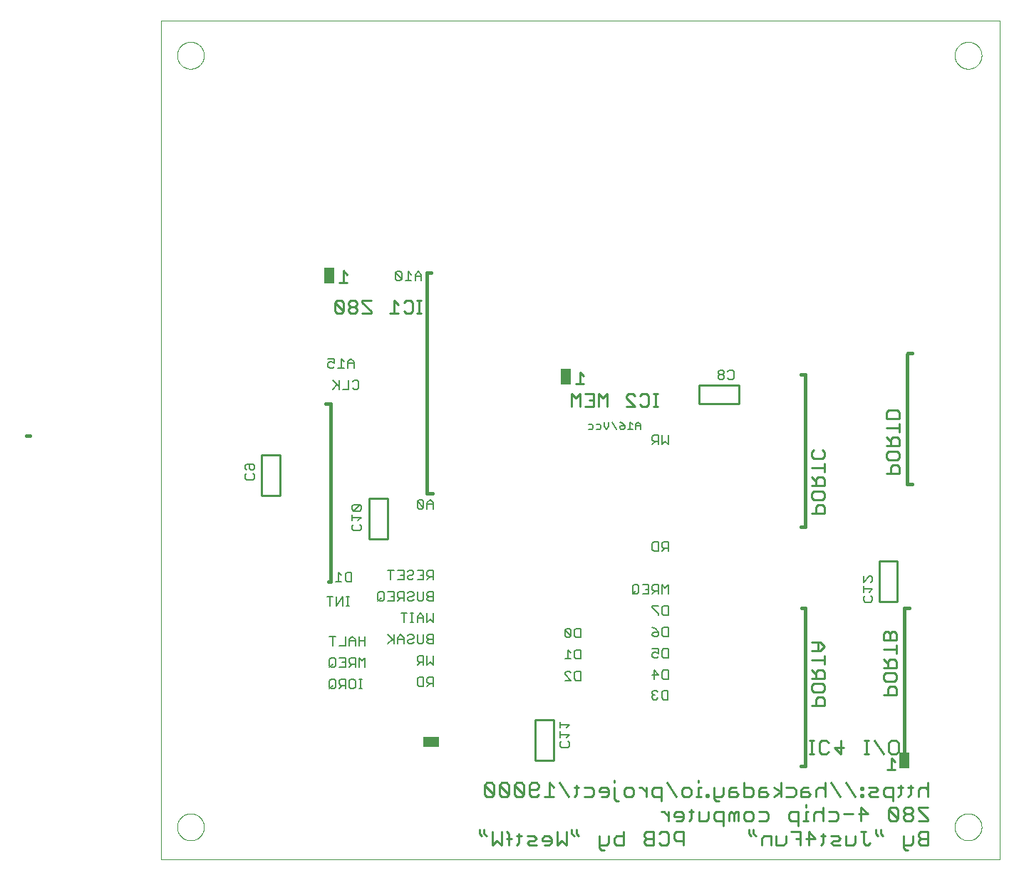
<source format=gbo>
G75*
%MOIN*%
%OFA0B0*%
%FSLAX25Y25*%
%IPPOS*%
%LPD*%
%AMOC8*
5,1,8,0,0,1.08239X$1,22.5*
%
%ADD10C,0.00000*%
%ADD11C,0.00800*%
%ADD12C,0.01100*%
%ADD13C,0.01000*%
%ADD14C,0.00700*%
%ADD15C,0.01575*%
%ADD16C,0.00600*%
%ADD17R,0.05002X0.07502*%
%ADD18R,0.07502X0.05002*%
D10*
X0064972Y0005537D02*
X0064972Y0397988D01*
X0457394Y0397988D01*
X0457394Y0005537D01*
X0064972Y0005537D01*
X0072423Y0020537D02*
X0072425Y0020695D01*
X0072431Y0020853D01*
X0072441Y0021011D01*
X0072455Y0021169D01*
X0072473Y0021326D01*
X0072494Y0021483D01*
X0072520Y0021639D01*
X0072550Y0021795D01*
X0072583Y0021950D01*
X0072621Y0022103D01*
X0072662Y0022256D01*
X0072707Y0022408D01*
X0072756Y0022559D01*
X0072809Y0022708D01*
X0072865Y0022856D01*
X0072925Y0023002D01*
X0072989Y0023147D01*
X0073057Y0023290D01*
X0073128Y0023432D01*
X0073202Y0023572D01*
X0073280Y0023709D01*
X0073362Y0023845D01*
X0073446Y0023979D01*
X0073535Y0024110D01*
X0073626Y0024239D01*
X0073721Y0024366D01*
X0073818Y0024491D01*
X0073919Y0024613D01*
X0074023Y0024732D01*
X0074130Y0024849D01*
X0074240Y0024963D01*
X0074353Y0025074D01*
X0074468Y0025183D01*
X0074586Y0025288D01*
X0074707Y0025390D01*
X0074830Y0025490D01*
X0074956Y0025586D01*
X0075084Y0025679D01*
X0075214Y0025769D01*
X0075347Y0025855D01*
X0075482Y0025939D01*
X0075618Y0026018D01*
X0075757Y0026095D01*
X0075898Y0026167D01*
X0076040Y0026237D01*
X0076184Y0026302D01*
X0076330Y0026364D01*
X0076477Y0026422D01*
X0076626Y0026477D01*
X0076776Y0026528D01*
X0076927Y0026575D01*
X0077079Y0026618D01*
X0077232Y0026657D01*
X0077387Y0026693D01*
X0077542Y0026724D01*
X0077698Y0026752D01*
X0077854Y0026776D01*
X0078011Y0026796D01*
X0078169Y0026812D01*
X0078326Y0026824D01*
X0078485Y0026832D01*
X0078643Y0026836D01*
X0078801Y0026836D01*
X0078959Y0026832D01*
X0079118Y0026824D01*
X0079275Y0026812D01*
X0079433Y0026796D01*
X0079590Y0026776D01*
X0079746Y0026752D01*
X0079902Y0026724D01*
X0080057Y0026693D01*
X0080212Y0026657D01*
X0080365Y0026618D01*
X0080517Y0026575D01*
X0080668Y0026528D01*
X0080818Y0026477D01*
X0080967Y0026422D01*
X0081114Y0026364D01*
X0081260Y0026302D01*
X0081404Y0026237D01*
X0081546Y0026167D01*
X0081687Y0026095D01*
X0081826Y0026018D01*
X0081962Y0025939D01*
X0082097Y0025855D01*
X0082230Y0025769D01*
X0082360Y0025679D01*
X0082488Y0025586D01*
X0082614Y0025490D01*
X0082737Y0025390D01*
X0082858Y0025288D01*
X0082976Y0025183D01*
X0083091Y0025074D01*
X0083204Y0024963D01*
X0083314Y0024849D01*
X0083421Y0024732D01*
X0083525Y0024613D01*
X0083626Y0024491D01*
X0083723Y0024366D01*
X0083818Y0024239D01*
X0083909Y0024110D01*
X0083998Y0023979D01*
X0084082Y0023845D01*
X0084164Y0023709D01*
X0084242Y0023572D01*
X0084316Y0023432D01*
X0084387Y0023290D01*
X0084455Y0023147D01*
X0084519Y0023002D01*
X0084579Y0022856D01*
X0084635Y0022708D01*
X0084688Y0022559D01*
X0084737Y0022408D01*
X0084782Y0022256D01*
X0084823Y0022103D01*
X0084861Y0021950D01*
X0084894Y0021795D01*
X0084924Y0021639D01*
X0084950Y0021483D01*
X0084971Y0021326D01*
X0084989Y0021169D01*
X0085003Y0021011D01*
X0085013Y0020853D01*
X0085019Y0020695D01*
X0085021Y0020537D01*
X0085019Y0020379D01*
X0085013Y0020221D01*
X0085003Y0020063D01*
X0084989Y0019905D01*
X0084971Y0019748D01*
X0084950Y0019591D01*
X0084924Y0019435D01*
X0084894Y0019279D01*
X0084861Y0019124D01*
X0084823Y0018971D01*
X0084782Y0018818D01*
X0084737Y0018666D01*
X0084688Y0018515D01*
X0084635Y0018366D01*
X0084579Y0018218D01*
X0084519Y0018072D01*
X0084455Y0017927D01*
X0084387Y0017784D01*
X0084316Y0017642D01*
X0084242Y0017502D01*
X0084164Y0017365D01*
X0084082Y0017229D01*
X0083998Y0017095D01*
X0083909Y0016964D01*
X0083818Y0016835D01*
X0083723Y0016708D01*
X0083626Y0016583D01*
X0083525Y0016461D01*
X0083421Y0016342D01*
X0083314Y0016225D01*
X0083204Y0016111D01*
X0083091Y0016000D01*
X0082976Y0015891D01*
X0082858Y0015786D01*
X0082737Y0015684D01*
X0082614Y0015584D01*
X0082488Y0015488D01*
X0082360Y0015395D01*
X0082230Y0015305D01*
X0082097Y0015219D01*
X0081962Y0015135D01*
X0081826Y0015056D01*
X0081687Y0014979D01*
X0081546Y0014907D01*
X0081404Y0014837D01*
X0081260Y0014772D01*
X0081114Y0014710D01*
X0080967Y0014652D01*
X0080818Y0014597D01*
X0080668Y0014546D01*
X0080517Y0014499D01*
X0080365Y0014456D01*
X0080212Y0014417D01*
X0080057Y0014381D01*
X0079902Y0014350D01*
X0079746Y0014322D01*
X0079590Y0014298D01*
X0079433Y0014278D01*
X0079275Y0014262D01*
X0079118Y0014250D01*
X0078959Y0014242D01*
X0078801Y0014238D01*
X0078643Y0014238D01*
X0078485Y0014242D01*
X0078326Y0014250D01*
X0078169Y0014262D01*
X0078011Y0014278D01*
X0077854Y0014298D01*
X0077698Y0014322D01*
X0077542Y0014350D01*
X0077387Y0014381D01*
X0077232Y0014417D01*
X0077079Y0014456D01*
X0076927Y0014499D01*
X0076776Y0014546D01*
X0076626Y0014597D01*
X0076477Y0014652D01*
X0076330Y0014710D01*
X0076184Y0014772D01*
X0076040Y0014837D01*
X0075898Y0014907D01*
X0075757Y0014979D01*
X0075618Y0015056D01*
X0075482Y0015135D01*
X0075347Y0015219D01*
X0075214Y0015305D01*
X0075084Y0015395D01*
X0074956Y0015488D01*
X0074830Y0015584D01*
X0074707Y0015684D01*
X0074586Y0015786D01*
X0074468Y0015891D01*
X0074353Y0016000D01*
X0074240Y0016111D01*
X0074130Y0016225D01*
X0074023Y0016342D01*
X0073919Y0016461D01*
X0073818Y0016583D01*
X0073721Y0016708D01*
X0073626Y0016835D01*
X0073535Y0016964D01*
X0073446Y0017095D01*
X0073362Y0017229D01*
X0073280Y0017365D01*
X0073202Y0017502D01*
X0073128Y0017642D01*
X0073057Y0017784D01*
X0072989Y0017927D01*
X0072925Y0018072D01*
X0072865Y0018218D01*
X0072809Y0018366D01*
X0072756Y0018515D01*
X0072707Y0018666D01*
X0072662Y0018818D01*
X0072621Y0018971D01*
X0072583Y0019124D01*
X0072550Y0019279D01*
X0072520Y0019435D01*
X0072494Y0019591D01*
X0072473Y0019748D01*
X0072455Y0019905D01*
X0072441Y0020063D01*
X0072431Y0020221D01*
X0072425Y0020379D01*
X0072423Y0020537D01*
X0436173Y0020537D02*
X0436175Y0020695D01*
X0436181Y0020853D01*
X0436191Y0021011D01*
X0436205Y0021169D01*
X0436223Y0021326D01*
X0436244Y0021483D01*
X0436270Y0021639D01*
X0436300Y0021795D01*
X0436333Y0021950D01*
X0436371Y0022103D01*
X0436412Y0022256D01*
X0436457Y0022408D01*
X0436506Y0022559D01*
X0436559Y0022708D01*
X0436615Y0022856D01*
X0436675Y0023002D01*
X0436739Y0023147D01*
X0436807Y0023290D01*
X0436878Y0023432D01*
X0436952Y0023572D01*
X0437030Y0023709D01*
X0437112Y0023845D01*
X0437196Y0023979D01*
X0437285Y0024110D01*
X0437376Y0024239D01*
X0437471Y0024366D01*
X0437568Y0024491D01*
X0437669Y0024613D01*
X0437773Y0024732D01*
X0437880Y0024849D01*
X0437990Y0024963D01*
X0438103Y0025074D01*
X0438218Y0025183D01*
X0438336Y0025288D01*
X0438457Y0025390D01*
X0438580Y0025490D01*
X0438706Y0025586D01*
X0438834Y0025679D01*
X0438964Y0025769D01*
X0439097Y0025855D01*
X0439232Y0025939D01*
X0439368Y0026018D01*
X0439507Y0026095D01*
X0439648Y0026167D01*
X0439790Y0026237D01*
X0439934Y0026302D01*
X0440080Y0026364D01*
X0440227Y0026422D01*
X0440376Y0026477D01*
X0440526Y0026528D01*
X0440677Y0026575D01*
X0440829Y0026618D01*
X0440982Y0026657D01*
X0441137Y0026693D01*
X0441292Y0026724D01*
X0441448Y0026752D01*
X0441604Y0026776D01*
X0441761Y0026796D01*
X0441919Y0026812D01*
X0442076Y0026824D01*
X0442235Y0026832D01*
X0442393Y0026836D01*
X0442551Y0026836D01*
X0442709Y0026832D01*
X0442868Y0026824D01*
X0443025Y0026812D01*
X0443183Y0026796D01*
X0443340Y0026776D01*
X0443496Y0026752D01*
X0443652Y0026724D01*
X0443807Y0026693D01*
X0443962Y0026657D01*
X0444115Y0026618D01*
X0444267Y0026575D01*
X0444418Y0026528D01*
X0444568Y0026477D01*
X0444717Y0026422D01*
X0444864Y0026364D01*
X0445010Y0026302D01*
X0445154Y0026237D01*
X0445296Y0026167D01*
X0445437Y0026095D01*
X0445576Y0026018D01*
X0445712Y0025939D01*
X0445847Y0025855D01*
X0445980Y0025769D01*
X0446110Y0025679D01*
X0446238Y0025586D01*
X0446364Y0025490D01*
X0446487Y0025390D01*
X0446608Y0025288D01*
X0446726Y0025183D01*
X0446841Y0025074D01*
X0446954Y0024963D01*
X0447064Y0024849D01*
X0447171Y0024732D01*
X0447275Y0024613D01*
X0447376Y0024491D01*
X0447473Y0024366D01*
X0447568Y0024239D01*
X0447659Y0024110D01*
X0447748Y0023979D01*
X0447832Y0023845D01*
X0447914Y0023709D01*
X0447992Y0023572D01*
X0448066Y0023432D01*
X0448137Y0023290D01*
X0448205Y0023147D01*
X0448269Y0023002D01*
X0448329Y0022856D01*
X0448385Y0022708D01*
X0448438Y0022559D01*
X0448487Y0022408D01*
X0448532Y0022256D01*
X0448573Y0022103D01*
X0448611Y0021950D01*
X0448644Y0021795D01*
X0448674Y0021639D01*
X0448700Y0021483D01*
X0448721Y0021326D01*
X0448739Y0021169D01*
X0448753Y0021011D01*
X0448763Y0020853D01*
X0448769Y0020695D01*
X0448771Y0020537D01*
X0448769Y0020379D01*
X0448763Y0020221D01*
X0448753Y0020063D01*
X0448739Y0019905D01*
X0448721Y0019748D01*
X0448700Y0019591D01*
X0448674Y0019435D01*
X0448644Y0019279D01*
X0448611Y0019124D01*
X0448573Y0018971D01*
X0448532Y0018818D01*
X0448487Y0018666D01*
X0448438Y0018515D01*
X0448385Y0018366D01*
X0448329Y0018218D01*
X0448269Y0018072D01*
X0448205Y0017927D01*
X0448137Y0017784D01*
X0448066Y0017642D01*
X0447992Y0017502D01*
X0447914Y0017365D01*
X0447832Y0017229D01*
X0447748Y0017095D01*
X0447659Y0016964D01*
X0447568Y0016835D01*
X0447473Y0016708D01*
X0447376Y0016583D01*
X0447275Y0016461D01*
X0447171Y0016342D01*
X0447064Y0016225D01*
X0446954Y0016111D01*
X0446841Y0016000D01*
X0446726Y0015891D01*
X0446608Y0015786D01*
X0446487Y0015684D01*
X0446364Y0015584D01*
X0446238Y0015488D01*
X0446110Y0015395D01*
X0445980Y0015305D01*
X0445847Y0015219D01*
X0445712Y0015135D01*
X0445576Y0015056D01*
X0445437Y0014979D01*
X0445296Y0014907D01*
X0445154Y0014837D01*
X0445010Y0014772D01*
X0444864Y0014710D01*
X0444717Y0014652D01*
X0444568Y0014597D01*
X0444418Y0014546D01*
X0444267Y0014499D01*
X0444115Y0014456D01*
X0443962Y0014417D01*
X0443807Y0014381D01*
X0443652Y0014350D01*
X0443496Y0014322D01*
X0443340Y0014298D01*
X0443183Y0014278D01*
X0443025Y0014262D01*
X0442868Y0014250D01*
X0442709Y0014242D01*
X0442551Y0014238D01*
X0442393Y0014238D01*
X0442235Y0014242D01*
X0442076Y0014250D01*
X0441919Y0014262D01*
X0441761Y0014278D01*
X0441604Y0014298D01*
X0441448Y0014322D01*
X0441292Y0014350D01*
X0441137Y0014381D01*
X0440982Y0014417D01*
X0440829Y0014456D01*
X0440677Y0014499D01*
X0440526Y0014546D01*
X0440376Y0014597D01*
X0440227Y0014652D01*
X0440080Y0014710D01*
X0439934Y0014772D01*
X0439790Y0014837D01*
X0439648Y0014907D01*
X0439507Y0014979D01*
X0439368Y0015056D01*
X0439232Y0015135D01*
X0439097Y0015219D01*
X0438964Y0015305D01*
X0438834Y0015395D01*
X0438706Y0015488D01*
X0438580Y0015584D01*
X0438457Y0015684D01*
X0438336Y0015786D01*
X0438218Y0015891D01*
X0438103Y0016000D01*
X0437990Y0016111D01*
X0437880Y0016225D01*
X0437773Y0016342D01*
X0437669Y0016461D01*
X0437568Y0016583D01*
X0437471Y0016708D01*
X0437376Y0016835D01*
X0437285Y0016964D01*
X0437196Y0017095D01*
X0437112Y0017229D01*
X0437030Y0017365D01*
X0436952Y0017502D01*
X0436878Y0017642D01*
X0436807Y0017784D01*
X0436739Y0017927D01*
X0436675Y0018072D01*
X0436615Y0018218D01*
X0436559Y0018366D01*
X0436506Y0018515D01*
X0436457Y0018666D01*
X0436412Y0018818D01*
X0436371Y0018971D01*
X0436333Y0019124D01*
X0436300Y0019279D01*
X0436270Y0019435D01*
X0436244Y0019591D01*
X0436223Y0019748D01*
X0436205Y0019905D01*
X0436191Y0020063D01*
X0436181Y0020221D01*
X0436175Y0020379D01*
X0436173Y0020537D01*
X0436173Y0381787D02*
X0436175Y0381945D01*
X0436181Y0382103D01*
X0436191Y0382261D01*
X0436205Y0382419D01*
X0436223Y0382576D01*
X0436244Y0382733D01*
X0436270Y0382889D01*
X0436300Y0383045D01*
X0436333Y0383200D01*
X0436371Y0383353D01*
X0436412Y0383506D01*
X0436457Y0383658D01*
X0436506Y0383809D01*
X0436559Y0383958D01*
X0436615Y0384106D01*
X0436675Y0384252D01*
X0436739Y0384397D01*
X0436807Y0384540D01*
X0436878Y0384682D01*
X0436952Y0384822D01*
X0437030Y0384959D01*
X0437112Y0385095D01*
X0437196Y0385229D01*
X0437285Y0385360D01*
X0437376Y0385489D01*
X0437471Y0385616D01*
X0437568Y0385741D01*
X0437669Y0385863D01*
X0437773Y0385982D01*
X0437880Y0386099D01*
X0437990Y0386213D01*
X0438103Y0386324D01*
X0438218Y0386433D01*
X0438336Y0386538D01*
X0438457Y0386640D01*
X0438580Y0386740D01*
X0438706Y0386836D01*
X0438834Y0386929D01*
X0438964Y0387019D01*
X0439097Y0387105D01*
X0439232Y0387189D01*
X0439368Y0387268D01*
X0439507Y0387345D01*
X0439648Y0387417D01*
X0439790Y0387487D01*
X0439934Y0387552D01*
X0440080Y0387614D01*
X0440227Y0387672D01*
X0440376Y0387727D01*
X0440526Y0387778D01*
X0440677Y0387825D01*
X0440829Y0387868D01*
X0440982Y0387907D01*
X0441137Y0387943D01*
X0441292Y0387974D01*
X0441448Y0388002D01*
X0441604Y0388026D01*
X0441761Y0388046D01*
X0441919Y0388062D01*
X0442076Y0388074D01*
X0442235Y0388082D01*
X0442393Y0388086D01*
X0442551Y0388086D01*
X0442709Y0388082D01*
X0442868Y0388074D01*
X0443025Y0388062D01*
X0443183Y0388046D01*
X0443340Y0388026D01*
X0443496Y0388002D01*
X0443652Y0387974D01*
X0443807Y0387943D01*
X0443962Y0387907D01*
X0444115Y0387868D01*
X0444267Y0387825D01*
X0444418Y0387778D01*
X0444568Y0387727D01*
X0444717Y0387672D01*
X0444864Y0387614D01*
X0445010Y0387552D01*
X0445154Y0387487D01*
X0445296Y0387417D01*
X0445437Y0387345D01*
X0445576Y0387268D01*
X0445712Y0387189D01*
X0445847Y0387105D01*
X0445980Y0387019D01*
X0446110Y0386929D01*
X0446238Y0386836D01*
X0446364Y0386740D01*
X0446487Y0386640D01*
X0446608Y0386538D01*
X0446726Y0386433D01*
X0446841Y0386324D01*
X0446954Y0386213D01*
X0447064Y0386099D01*
X0447171Y0385982D01*
X0447275Y0385863D01*
X0447376Y0385741D01*
X0447473Y0385616D01*
X0447568Y0385489D01*
X0447659Y0385360D01*
X0447748Y0385229D01*
X0447832Y0385095D01*
X0447914Y0384959D01*
X0447992Y0384822D01*
X0448066Y0384682D01*
X0448137Y0384540D01*
X0448205Y0384397D01*
X0448269Y0384252D01*
X0448329Y0384106D01*
X0448385Y0383958D01*
X0448438Y0383809D01*
X0448487Y0383658D01*
X0448532Y0383506D01*
X0448573Y0383353D01*
X0448611Y0383200D01*
X0448644Y0383045D01*
X0448674Y0382889D01*
X0448700Y0382733D01*
X0448721Y0382576D01*
X0448739Y0382419D01*
X0448753Y0382261D01*
X0448763Y0382103D01*
X0448769Y0381945D01*
X0448771Y0381787D01*
X0448769Y0381629D01*
X0448763Y0381471D01*
X0448753Y0381313D01*
X0448739Y0381155D01*
X0448721Y0380998D01*
X0448700Y0380841D01*
X0448674Y0380685D01*
X0448644Y0380529D01*
X0448611Y0380374D01*
X0448573Y0380221D01*
X0448532Y0380068D01*
X0448487Y0379916D01*
X0448438Y0379765D01*
X0448385Y0379616D01*
X0448329Y0379468D01*
X0448269Y0379322D01*
X0448205Y0379177D01*
X0448137Y0379034D01*
X0448066Y0378892D01*
X0447992Y0378752D01*
X0447914Y0378615D01*
X0447832Y0378479D01*
X0447748Y0378345D01*
X0447659Y0378214D01*
X0447568Y0378085D01*
X0447473Y0377958D01*
X0447376Y0377833D01*
X0447275Y0377711D01*
X0447171Y0377592D01*
X0447064Y0377475D01*
X0446954Y0377361D01*
X0446841Y0377250D01*
X0446726Y0377141D01*
X0446608Y0377036D01*
X0446487Y0376934D01*
X0446364Y0376834D01*
X0446238Y0376738D01*
X0446110Y0376645D01*
X0445980Y0376555D01*
X0445847Y0376469D01*
X0445712Y0376385D01*
X0445576Y0376306D01*
X0445437Y0376229D01*
X0445296Y0376157D01*
X0445154Y0376087D01*
X0445010Y0376022D01*
X0444864Y0375960D01*
X0444717Y0375902D01*
X0444568Y0375847D01*
X0444418Y0375796D01*
X0444267Y0375749D01*
X0444115Y0375706D01*
X0443962Y0375667D01*
X0443807Y0375631D01*
X0443652Y0375600D01*
X0443496Y0375572D01*
X0443340Y0375548D01*
X0443183Y0375528D01*
X0443025Y0375512D01*
X0442868Y0375500D01*
X0442709Y0375492D01*
X0442551Y0375488D01*
X0442393Y0375488D01*
X0442235Y0375492D01*
X0442076Y0375500D01*
X0441919Y0375512D01*
X0441761Y0375528D01*
X0441604Y0375548D01*
X0441448Y0375572D01*
X0441292Y0375600D01*
X0441137Y0375631D01*
X0440982Y0375667D01*
X0440829Y0375706D01*
X0440677Y0375749D01*
X0440526Y0375796D01*
X0440376Y0375847D01*
X0440227Y0375902D01*
X0440080Y0375960D01*
X0439934Y0376022D01*
X0439790Y0376087D01*
X0439648Y0376157D01*
X0439507Y0376229D01*
X0439368Y0376306D01*
X0439232Y0376385D01*
X0439097Y0376469D01*
X0438964Y0376555D01*
X0438834Y0376645D01*
X0438706Y0376738D01*
X0438580Y0376834D01*
X0438457Y0376934D01*
X0438336Y0377036D01*
X0438218Y0377141D01*
X0438103Y0377250D01*
X0437990Y0377361D01*
X0437880Y0377475D01*
X0437773Y0377592D01*
X0437669Y0377711D01*
X0437568Y0377833D01*
X0437471Y0377958D01*
X0437376Y0378085D01*
X0437285Y0378214D01*
X0437196Y0378345D01*
X0437112Y0378479D01*
X0437030Y0378615D01*
X0436952Y0378752D01*
X0436878Y0378892D01*
X0436807Y0379034D01*
X0436739Y0379177D01*
X0436675Y0379322D01*
X0436615Y0379468D01*
X0436559Y0379616D01*
X0436506Y0379765D01*
X0436457Y0379916D01*
X0436412Y0380068D01*
X0436371Y0380221D01*
X0436333Y0380374D01*
X0436300Y0380529D01*
X0436270Y0380685D01*
X0436244Y0380841D01*
X0436223Y0380998D01*
X0436205Y0381155D01*
X0436191Y0381313D01*
X0436181Y0381471D01*
X0436175Y0381629D01*
X0436173Y0381787D01*
X0072423Y0381787D02*
X0072425Y0381945D01*
X0072431Y0382103D01*
X0072441Y0382261D01*
X0072455Y0382419D01*
X0072473Y0382576D01*
X0072494Y0382733D01*
X0072520Y0382889D01*
X0072550Y0383045D01*
X0072583Y0383200D01*
X0072621Y0383353D01*
X0072662Y0383506D01*
X0072707Y0383658D01*
X0072756Y0383809D01*
X0072809Y0383958D01*
X0072865Y0384106D01*
X0072925Y0384252D01*
X0072989Y0384397D01*
X0073057Y0384540D01*
X0073128Y0384682D01*
X0073202Y0384822D01*
X0073280Y0384959D01*
X0073362Y0385095D01*
X0073446Y0385229D01*
X0073535Y0385360D01*
X0073626Y0385489D01*
X0073721Y0385616D01*
X0073818Y0385741D01*
X0073919Y0385863D01*
X0074023Y0385982D01*
X0074130Y0386099D01*
X0074240Y0386213D01*
X0074353Y0386324D01*
X0074468Y0386433D01*
X0074586Y0386538D01*
X0074707Y0386640D01*
X0074830Y0386740D01*
X0074956Y0386836D01*
X0075084Y0386929D01*
X0075214Y0387019D01*
X0075347Y0387105D01*
X0075482Y0387189D01*
X0075618Y0387268D01*
X0075757Y0387345D01*
X0075898Y0387417D01*
X0076040Y0387487D01*
X0076184Y0387552D01*
X0076330Y0387614D01*
X0076477Y0387672D01*
X0076626Y0387727D01*
X0076776Y0387778D01*
X0076927Y0387825D01*
X0077079Y0387868D01*
X0077232Y0387907D01*
X0077387Y0387943D01*
X0077542Y0387974D01*
X0077698Y0388002D01*
X0077854Y0388026D01*
X0078011Y0388046D01*
X0078169Y0388062D01*
X0078326Y0388074D01*
X0078485Y0388082D01*
X0078643Y0388086D01*
X0078801Y0388086D01*
X0078959Y0388082D01*
X0079118Y0388074D01*
X0079275Y0388062D01*
X0079433Y0388046D01*
X0079590Y0388026D01*
X0079746Y0388002D01*
X0079902Y0387974D01*
X0080057Y0387943D01*
X0080212Y0387907D01*
X0080365Y0387868D01*
X0080517Y0387825D01*
X0080668Y0387778D01*
X0080818Y0387727D01*
X0080967Y0387672D01*
X0081114Y0387614D01*
X0081260Y0387552D01*
X0081404Y0387487D01*
X0081546Y0387417D01*
X0081687Y0387345D01*
X0081826Y0387268D01*
X0081962Y0387189D01*
X0082097Y0387105D01*
X0082230Y0387019D01*
X0082360Y0386929D01*
X0082488Y0386836D01*
X0082614Y0386740D01*
X0082737Y0386640D01*
X0082858Y0386538D01*
X0082976Y0386433D01*
X0083091Y0386324D01*
X0083204Y0386213D01*
X0083314Y0386099D01*
X0083421Y0385982D01*
X0083525Y0385863D01*
X0083626Y0385741D01*
X0083723Y0385616D01*
X0083818Y0385489D01*
X0083909Y0385360D01*
X0083998Y0385229D01*
X0084082Y0385095D01*
X0084164Y0384959D01*
X0084242Y0384822D01*
X0084316Y0384682D01*
X0084387Y0384540D01*
X0084455Y0384397D01*
X0084519Y0384252D01*
X0084579Y0384106D01*
X0084635Y0383958D01*
X0084688Y0383809D01*
X0084737Y0383658D01*
X0084782Y0383506D01*
X0084823Y0383353D01*
X0084861Y0383200D01*
X0084894Y0383045D01*
X0084924Y0382889D01*
X0084950Y0382733D01*
X0084971Y0382576D01*
X0084989Y0382419D01*
X0085003Y0382261D01*
X0085013Y0382103D01*
X0085019Y0381945D01*
X0085021Y0381787D01*
X0085019Y0381629D01*
X0085013Y0381471D01*
X0085003Y0381313D01*
X0084989Y0381155D01*
X0084971Y0380998D01*
X0084950Y0380841D01*
X0084924Y0380685D01*
X0084894Y0380529D01*
X0084861Y0380374D01*
X0084823Y0380221D01*
X0084782Y0380068D01*
X0084737Y0379916D01*
X0084688Y0379765D01*
X0084635Y0379616D01*
X0084579Y0379468D01*
X0084519Y0379322D01*
X0084455Y0379177D01*
X0084387Y0379034D01*
X0084316Y0378892D01*
X0084242Y0378752D01*
X0084164Y0378615D01*
X0084082Y0378479D01*
X0083998Y0378345D01*
X0083909Y0378214D01*
X0083818Y0378085D01*
X0083723Y0377958D01*
X0083626Y0377833D01*
X0083525Y0377711D01*
X0083421Y0377592D01*
X0083314Y0377475D01*
X0083204Y0377361D01*
X0083091Y0377250D01*
X0082976Y0377141D01*
X0082858Y0377036D01*
X0082737Y0376934D01*
X0082614Y0376834D01*
X0082488Y0376738D01*
X0082360Y0376645D01*
X0082230Y0376555D01*
X0082097Y0376469D01*
X0081962Y0376385D01*
X0081826Y0376306D01*
X0081687Y0376229D01*
X0081546Y0376157D01*
X0081404Y0376087D01*
X0081260Y0376022D01*
X0081114Y0375960D01*
X0080967Y0375902D01*
X0080818Y0375847D01*
X0080668Y0375796D01*
X0080517Y0375749D01*
X0080365Y0375706D01*
X0080212Y0375667D01*
X0080057Y0375631D01*
X0079902Y0375600D01*
X0079746Y0375572D01*
X0079590Y0375548D01*
X0079433Y0375528D01*
X0079275Y0375512D01*
X0079118Y0375500D01*
X0078959Y0375492D01*
X0078801Y0375488D01*
X0078643Y0375488D01*
X0078485Y0375492D01*
X0078326Y0375500D01*
X0078169Y0375512D01*
X0078011Y0375528D01*
X0077854Y0375548D01*
X0077698Y0375572D01*
X0077542Y0375600D01*
X0077387Y0375631D01*
X0077232Y0375667D01*
X0077079Y0375706D01*
X0076927Y0375749D01*
X0076776Y0375796D01*
X0076626Y0375847D01*
X0076477Y0375902D01*
X0076330Y0375960D01*
X0076184Y0376022D01*
X0076040Y0376087D01*
X0075898Y0376157D01*
X0075757Y0376229D01*
X0075618Y0376306D01*
X0075482Y0376385D01*
X0075347Y0376469D01*
X0075214Y0376555D01*
X0075084Y0376645D01*
X0074956Y0376738D01*
X0074830Y0376834D01*
X0074707Y0376934D01*
X0074586Y0377036D01*
X0074468Y0377141D01*
X0074353Y0377250D01*
X0074240Y0377361D01*
X0074130Y0377475D01*
X0074023Y0377592D01*
X0073919Y0377711D01*
X0073818Y0377833D01*
X0073721Y0377958D01*
X0073626Y0378085D01*
X0073535Y0378214D01*
X0073446Y0378345D01*
X0073362Y0378479D01*
X0073280Y0378615D01*
X0073202Y0378752D01*
X0073128Y0378892D01*
X0073057Y0379034D01*
X0072989Y0379177D01*
X0072925Y0379322D01*
X0072865Y0379468D01*
X0072809Y0379616D01*
X0072756Y0379765D01*
X0072707Y0379916D01*
X0072662Y0380068D01*
X0072621Y0380221D01*
X0072583Y0380374D01*
X0072550Y0380529D01*
X0072520Y0380685D01*
X0072494Y0380841D01*
X0072473Y0380998D01*
X0072455Y0381155D01*
X0072441Y0381313D01*
X0072431Y0381471D01*
X0072425Y0381629D01*
X0072423Y0381787D01*
D11*
X0294743Y0203252D02*
X0294743Y0201851D01*
X0295443Y0201151D01*
X0297545Y0201151D01*
X0296144Y0201151D02*
X0294743Y0199749D01*
X0297545Y0199749D02*
X0297545Y0203953D01*
X0295443Y0203953D01*
X0294743Y0203252D01*
X0299347Y0203953D02*
X0299347Y0199749D01*
X0300748Y0201151D01*
X0302149Y0199749D01*
X0302149Y0203953D01*
X0302149Y0153937D02*
X0300047Y0153937D01*
X0299347Y0153236D01*
X0299347Y0151835D01*
X0300047Y0151135D01*
X0302149Y0151135D01*
X0300748Y0151135D02*
X0299347Y0149733D01*
X0297545Y0149733D02*
X0295443Y0149733D01*
X0294743Y0150434D01*
X0294743Y0153236D01*
X0295443Y0153937D01*
X0297545Y0153937D01*
X0297545Y0149733D01*
X0302149Y0149733D02*
X0302149Y0153937D01*
X0302149Y0133931D02*
X0300748Y0132529D01*
X0299347Y0133931D01*
X0299347Y0129727D01*
X0297545Y0129727D02*
X0297545Y0133931D01*
X0295443Y0133931D01*
X0294743Y0133230D01*
X0294743Y0131829D01*
X0295443Y0131128D01*
X0297545Y0131128D01*
X0296144Y0131128D02*
X0294743Y0129727D01*
X0292941Y0129727D02*
X0290139Y0129727D01*
X0288337Y0130428D02*
X0287637Y0129727D01*
X0286236Y0129727D01*
X0285535Y0130428D01*
X0285535Y0133230D01*
X0286236Y0133931D01*
X0287637Y0133931D01*
X0288337Y0133230D01*
X0288337Y0130428D01*
X0286936Y0131128D02*
X0285535Y0129727D01*
X0290139Y0133931D02*
X0292941Y0133931D01*
X0292941Y0129727D01*
X0292941Y0131829D02*
X0291540Y0131829D01*
X0294743Y0123927D02*
X0294743Y0123227D01*
X0297545Y0120424D01*
X0297545Y0119724D01*
X0299347Y0120424D02*
X0300047Y0119724D01*
X0302149Y0119724D01*
X0302149Y0123927D01*
X0300047Y0123927D01*
X0299347Y0123227D01*
X0299347Y0120424D01*
X0297545Y0123927D02*
X0294743Y0123927D01*
X0302149Y0129727D02*
X0302149Y0133931D01*
X0302149Y0113924D02*
X0300047Y0113924D01*
X0299347Y0113224D01*
X0299347Y0110421D01*
X0300047Y0109721D01*
X0302149Y0109721D01*
X0302149Y0113924D01*
X0297545Y0111822D02*
X0297545Y0110421D01*
X0296845Y0109721D01*
X0295443Y0109721D01*
X0294743Y0110421D01*
X0294743Y0111122D01*
X0295443Y0111822D01*
X0297545Y0111822D01*
X0296144Y0113224D01*
X0294743Y0113924D01*
X0294743Y0103921D02*
X0297545Y0103921D01*
X0297545Y0101819D01*
X0296144Y0102520D01*
X0295443Y0102520D01*
X0294743Y0101819D01*
X0294743Y0100418D01*
X0295443Y0099717D01*
X0296845Y0099717D01*
X0297545Y0100418D01*
X0299347Y0100418D02*
X0299347Y0103220D01*
X0300047Y0103921D01*
X0302149Y0103921D01*
X0302149Y0099717D01*
X0300047Y0099717D01*
X0299347Y0100418D01*
X0300047Y0093918D02*
X0302149Y0093918D01*
X0302149Y0089714D01*
X0300047Y0089714D01*
X0299347Y0090415D01*
X0299347Y0093217D01*
X0300047Y0093918D01*
X0297545Y0091816D02*
X0294743Y0091816D01*
X0295443Y0093918D02*
X0297545Y0091816D01*
X0295443Y0089714D02*
X0295443Y0093918D01*
X0295280Y0084425D02*
X0294579Y0083724D01*
X0294579Y0083023D01*
X0295280Y0082323D01*
X0294579Y0081622D01*
X0294579Y0080922D01*
X0295280Y0080221D01*
X0296681Y0080221D01*
X0297382Y0080922D01*
X0299183Y0080922D02*
X0299183Y0083724D01*
X0299884Y0084425D01*
X0301986Y0084425D01*
X0301986Y0080221D01*
X0299884Y0080221D01*
X0299183Y0080922D01*
X0297382Y0083724D02*
X0296681Y0084425D01*
X0295280Y0084425D01*
X0295280Y0082323D02*
X0295980Y0082323D01*
X0261177Y0089219D02*
X0259076Y0089219D01*
X0258375Y0089919D01*
X0258375Y0092721D01*
X0259076Y0093422D01*
X0261177Y0093422D01*
X0261177Y0089219D01*
X0256573Y0089219D02*
X0253771Y0092021D01*
X0253771Y0092721D01*
X0254472Y0093422D01*
X0255873Y0093422D01*
X0256573Y0092721D01*
X0256573Y0089219D02*
X0253771Y0089219D01*
X0253771Y0099231D02*
X0256573Y0099231D01*
X0255172Y0099231D02*
X0255172Y0103435D01*
X0256573Y0102034D01*
X0258375Y0102734D02*
X0259076Y0103435D01*
X0261177Y0103435D01*
X0261177Y0099231D01*
X0259076Y0099231D01*
X0258375Y0099932D01*
X0258375Y0102734D01*
X0259076Y0109231D02*
X0258375Y0109932D01*
X0258375Y0112734D01*
X0259076Y0113435D01*
X0261177Y0113435D01*
X0261177Y0109231D01*
X0259076Y0109231D01*
X0256573Y0109932D02*
X0253771Y0112734D01*
X0253771Y0109932D01*
X0254472Y0109231D01*
X0255873Y0109231D01*
X0256573Y0109932D01*
X0256573Y0112734D01*
X0255873Y0113435D01*
X0254472Y0113435D01*
X0253771Y0112734D01*
D12*
X0276776Y0042327D02*
X0276776Y0041243D01*
X0276776Y0039074D02*
X0276776Y0033653D01*
X0277861Y0032569D01*
X0278945Y0032569D01*
X0281606Y0035822D02*
X0281606Y0037990D01*
X0282690Y0039074D01*
X0284859Y0039074D01*
X0285943Y0037990D01*
X0285943Y0035822D01*
X0284859Y0034737D01*
X0282690Y0034737D01*
X0281606Y0035822D01*
X0288522Y0039074D02*
X0289606Y0039074D01*
X0291774Y0036906D01*
X0291774Y0039074D02*
X0291774Y0034737D01*
X0294435Y0035822D02*
X0295520Y0034737D01*
X0298772Y0034737D01*
X0298772Y0032569D02*
X0298772Y0039074D01*
X0295520Y0039074D01*
X0294435Y0037990D01*
X0294435Y0035822D01*
X0301433Y0041243D02*
X0305770Y0034737D01*
X0308431Y0035822D02*
X0308431Y0037990D01*
X0309516Y0039074D01*
X0311684Y0039074D01*
X0312768Y0037990D01*
X0312768Y0035822D01*
X0311684Y0034737D01*
X0309516Y0034737D01*
X0308431Y0035822D01*
X0315265Y0034737D02*
X0317434Y0034737D01*
X0316349Y0034737D02*
X0316349Y0039074D01*
X0317434Y0039074D01*
X0316349Y0041243D02*
X0316349Y0042327D01*
X0323594Y0039074D02*
X0323594Y0033653D01*
X0324678Y0032569D01*
X0325762Y0032569D01*
X0326846Y0034737D02*
X0323594Y0034737D01*
X0320933Y0034737D02*
X0319848Y0034737D01*
X0319848Y0035822D01*
X0320933Y0035822D01*
X0320933Y0034737D01*
X0326846Y0034737D02*
X0327931Y0035822D01*
X0327931Y0039074D01*
X0330592Y0037990D02*
X0330592Y0034737D01*
X0333844Y0034737D01*
X0334929Y0035822D01*
X0333844Y0036906D01*
X0330592Y0036906D01*
X0330592Y0037990D02*
X0331676Y0039074D01*
X0333844Y0039074D01*
X0337589Y0039074D02*
X0340842Y0039074D01*
X0341927Y0037990D01*
X0341927Y0035822D01*
X0340842Y0034737D01*
X0337589Y0034737D01*
X0337589Y0041243D01*
X0344587Y0037990D02*
X0344587Y0034737D01*
X0347840Y0034737D01*
X0348924Y0035822D01*
X0347840Y0036906D01*
X0344587Y0036906D01*
X0344587Y0037990D02*
X0345672Y0039074D01*
X0347840Y0039074D01*
X0351503Y0039074D02*
X0354756Y0036906D01*
X0351503Y0034737D01*
X0354756Y0034737D02*
X0354756Y0041243D01*
X0357417Y0039074D02*
X0360670Y0039074D01*
X0361754Y0037990D01*
X0361754Y0035822D01*
X0360670Y0034737D01*
X0357417Y0034737D01*
X0364415Y0034737D02*
X0367668Y0034737D01*
X0368752Y0035822D01*
X0367668Y0036906D01*
X0364415Y0036906D01*
X0364415Y0037990D02*
X0364415Y0034737D01*
X0364415Y0037990D02*
X0365499Y0039074D01*
X0367668Y0039074D01*
X0371413Y0037990D02*
X0371413Y0034737D01*
X0371413Y0037990D02*
X0372497Y0039074D01*
X0374666Y0039074D01*
X0375750Y0037990D01*
X0375750Y0041243D02*
X0375750Y0034737D01*
X0374584Y0029843D02*
X0374584Y0023337D01*
X0377245Y0023337D02*
X0380497Y0023337D01*
X0381582Y0024422D01*
X0381582Y0026590D01*
X0380497Y0027674D01*
X0377245Y0027674D01*
X0374584Y0026590D02*
X0373499Y0027674D01*
X0371331Y0027674D01*
X0370247Y0026590D01*
X0370247Y0023337D01*
X0367586Y0023337D02*
X0365417Y0023337D01*
X0366501Y0023337D02*
X0366501Y0027674D01*
X0367586Y0027674D01*
X0366501Y0029843D02*
X0366501Y0030927D01*
X0362920Y0027674D02*
X0359668Y0027674D01*
X0358583Y0026590D01*
X0358583Y0024422D01*
X0359668Y0023337D01*
X0362920Y0023337D01*
X0362920Y0021169D02*
X0362920Y0027674D01*
X0364087Y0018443D02*
X0359750Y0018443D01*
X0357089Y0016274D02*
X0357089Y0013022D01*
X0356005Y0011937D01*
X0352752Y0011937D01*
X0352752Y0016274D01*
X0350091Y0016274D02*
X0346838Y0016274D01*
X0345754Y0015190D01*
X0345754Y0011937D01*
X0350091Y0011937D02*
X0350091Y0016274D01*
X0343093Y0016274D02*
X0342009Y0017359D01*
X0342009Y0019527D01*
X0339840Y0019527D02*
X0339840Y0017359D01*
X0340924Y0016274D01*
X0340842Y0023337D02*
X0338674Y0023337D01*
X0337589Y0024422D01*
X0337589Y0026590D01*
X0338674Y0027674D01*
X0340842Y0027674D01*
X0341927Y0026590D01*
X0341927Y0024422D01*
X0340842Y0023337D01*
X0344587Y0023337D02*
X0347840Y0023337D01*
X0348924Y0024422D01*
X0348924Y0026590D01*
X0347840Y0027674D01*
X0344587Y0027674D01*
X0334929Y0027674D02*
X0334929Y0023337D01*
X0332760Y0023337D02*
X0332760Y0026590D01*
X0331676Y0027674D01*
X0330592Y0026590D01*
X0330592Y0023337D01*
X0327931Y0023337D02*
X0324678Y0023337D01*
X0323594Y0024422D01*
X0323594Y0026590D01*
X0324678Y0027674D01*
X0327931Y0027674D01*
X0327931Y0021169D01*
X0332760Y0026590D02*
X0333844Y0027674D01*
X0334929Y0027674D01*
X0320933Y0027674D02*
X0320933Y0024422D01*
X0319848Y0023337D01*
X0316596Y0023337D01*
X0316596Y0027674D01*
X0313935Y0027674D02*
X0311766Y0027674D01*
X0312850Y0028759D02*
X0312850Y0024422D01*
X0311766Y0023337D01*
X0309269Y0024422D02*
X0309269Y0026590D01*
X0308185Y0027674D01*
X0306017Y0027674D01*
X0304932Y0026590D01*
X0304932Y0025506D01*
X0309269Y0025506D01*
X0309269Y0024422D02*
X0308185Y0023337D01*
X0306017Y0023337D01*
X0302271Y0023337D02*
X0302271Y0027674D01*
X0302271Y0025506D02*
X0300103Y0027674D01*
X0299019Y0027674D01*
X0299019Y0018443D02*
X0301187Y0018443D01*
X0302271Y0017359D01*
X0302271Y0013022D01*
X0301187Y0011937D01*
X0299019Y0011937D01*
X0297934Y0013022D01*
X0295273Y0011937D02*
X0292021Y0011937D01*
X0290936Y0013022D01*
X0290936Y0014106D01*
X0292021Y0015190D01*
X0295273Y0015190D01*
X0292021Y0015190D02*
X0290936Y0016274D01*
X0290936Y0017359D01*
X0292021Y0018443D01*
X0295273Y0018443D01*
X0295273Y0011937D01*
X0297934Y0017359D02*
X0299019Y0018443D01*
X0304932Y0017359D02*
X0304932Y0015190D01*
X0306017Y0014106D01*
X0309269Y0014106D01*
X0309269Y0011937D02*
X0309269Y0018443D01*
X0306017Y0018443D01*
X0304932Y0017359D01*
X0281277Y0018443D02*
X0281277Y0011937D01*
X0278025Y0011937D01*
X0276940Y0013022D01*
X0276940Y0015190D01*
X0278025Y0016274D01*
X0281277Y0016274D01*
X0274279Y0016274D02*
X0274279Y0013022D01*
X0273195Y0011937D01*
X0269942Y0011937D01*
X0269942Y0010853D02*
X0271027Y0009769D01*
X0272111Y0009769D01*
X0269942Y0010853D02*
X0269942Y0016274D01*
X0260284Y0016274D02*
X0259199Y0017359D01*
X0259199Y0019527D01*
X0257031Y0019527D02*
X0257031Y0017359D01*
X0258115Y0016274D01*
X0254452Y0018443D02*
X0254452Y0011937D01*
X0252283Y0014106D01*
X0250115Y0011937D01*
X0250115Y0018443D01*
X0247454Y0015190D02*
X0246370Y0016274D01*
X0244201Y0016274D01*
X0243117Y0015190D01*
X0243117Y0014106D01*
X0247454Y0014106D01*
X0247454Y0013022D02*
X0247454Y0015190D01*
X0247454Y0013022D02*
X0246370Y0011937D01*
X0244201Y0011937D01*
X0240456Y0011937D02*
X0237203Y0011937D01*
X0236119Y0013022D01*
X0237203Y0014106D01*
X0239372Y0014106D01*
X0240456Y0015190D01*
X0239372Y0016274D01*
X0236119Y0016274D01*
X0233458Y0016274D02*
X0231289Y0016274D01*
X0232374Y0017359D02*
X0232374Y0013022D01*
X0231289Y0011937D01*
X0227708Y0011937D02*
X0227708Y0017359D01*
X0226624Y0018443D01*
X0224127Y0018443D02*
X0224127Y0011937D01*
X0221959Y0014106D01*
X0219790Y0011937D01*
X0219790Y0018443D01*
X0217129Y0016274D02*
X0216045Y0017359D01*
X0216045Y0019527D01*
X0213877Y0019527D02*
X0213877Y0017359D01*
X0214961Y0016274D01*
X0226624Y0015190D02*
X0228793Y0015190D01*
X0226542Y0034737D02*
X0227626Y0035822D01*
X0223289Y0040159D01*
X0223289Y0035822D01*
X0224374Y0034737D01*
X0226542Y0034737D01*
X0227626Y0035822D02*
X0227626Y0040159D01*
X0226542Y0041243D01*
X0224374Y0041243D01*
X0223289Y0040159D01*
X0220628Y0040159D02*
X0219544Y0041243D01*
X0217376Y0041243D01*
X0216291Y0040159D01*
X0220628Y0035822D01*
X0219544Y0034737D01*
X0217376Y0034737D01*
X0216291Y0035822D01*
X0216291Y0040159D01*
X0220628Y0040159D02*
X0220628Y0035822D01*
X0230287Y0035822D02*
X0231372Y0034737D01*
X0233540Y0034737D01*
X0234624Y0035822D01*
X0230287Y0040159D01*
X0230287Y0035822D01*
X0230287Y0040159D02*
X0231372Y0041243D01*
X0233540Y0041243D01*
X0234624Y0040159D01*
X0234624Y0035822D01*
X0237285Y0035822D02*
X0237285Y0040159D01*
X0238370Y0041243D01*
X0240538Y0041243D01*
X0241622Y0040159D01*
X0241622Y0039074D01*
X0240538Y0037990D01*
X0237285Y0037990D01*
X0237285Y0035822D02*
X0238370Y0034737D01*
X0240538Y0034737D01*
X0241622Y0035822D01*
X0244283Y0034737D02*
X0248620Y0034737D01*
X0246452Y0034737D02*
X0246452Y0041243D01*
X0248620Y0039074D01*
X0251281Y0041243D02*
X0255618Y0034737D01*
X0258115Y0034737D02*
X0259199Y0035822D01*
X0259199Y0040159D01*
X0258115Y0039074D02*
X0260284Y0039074D01*
X0262944Y0039074D02*
X0266197Y0039074D01*
X0267281Y0037990D01*
X0267281Y0035822D01*
X0266197Y0034737D01*
X0262944Y0034737D01*
X0269942Y0036906D02*
X0269942Y0037990D01*
X0271027Y0039074D01*
X0273195Y0039074D01*
X0274279Y0037990D01*
X0274279Y0035822D01*
X0273195Y0034737D01*
X0271027Y0034737D01*
X0269942Y0036906D02*
X0274279Y0036906D01*
X0361918Y0015190D02*
X0364087Y0015190D01*
X0366748Y0015190D02*
X0371085Y0015190D01*
X0367832Y0018443D01*
X0367832Y0011937D01*
X0364087Y0011937D02*
X0364087Y0018443D01*
X0373582Y0016274D02*
X0375750Y0016274D01*
X0374666Y0017359D02*
X0374666Y0013022D01*
X0373582Y0011937D01*
X0378411Y0013022D02*
X0379495Y0014106D01*
X0381664Y0014106D01*
X0382748Y0015190D01*
X0381664Y0016274D01*
X0378411Y0016274D01*
X0378411Y0013022D02*
X0379495Y0011937D01*
X0382748Y0011937D01*
X0385409Y0011937D02*
X0385409Y0016274D01*
X0385409Y0011937D02*
X0388662Y0011937D01*
X0389746Y0013022D01*
X0389746Y0016274D01*
X0392407Y0018443D02*
X0394575Y0018443D01*
X0393491Y0018443D02*
X0393491Y0013022D01*
X0394575Y0011937D01*
X0395660Y0011937D01*
X0396744Y0013022D01*
X0400407Y0016274D02*
X0399323Y0017359D01*
X0399323Y0019527D01*
X0401491Y0019527D02*
X0401491Y0017359D01*
X0402576Y0016274D01*
X0406321Y0023337D02*
X0408489Y0023337D01*
X0409574Y0024422D01*
X0405237Y0028759D01*
X0405237Y0024422D01*
X0406321Y0023337D01*
X0409574Y0024422D02*
X0409574Y0028759D01*
X0408489Y0029843D01*
X0406321Y0029843D01*
X0405237Y0028759D01*
X0407241Y0032569D02*
X0407241Y0039074D01*
X0403988Y0039074D01*
X0402904Y0037990D01*
X0402904Y0035822D01*
X0403988Y0034737D01*
X0407241Y0034737D01*
X0409738Y0034737D02*
X0410822Y0035822D01*
X0410822Y0040159D01*
X0411906Y0039074D02*
X0409738Y0039074D01*
X0414403Y0039074D02*
X0416572Y0039074D01*
X0415487Y0040159D02*
X0415487Y0035822D01*
X0414403Y0034737D01*
X0419232Y0034737D02*
X0419232Y0037990D01*
X0420317Y0039074D01*
X0422485Y0039074D01*
X0423570Y0037990D01*
X0423570Y0041243D02*
X0423570Y0034737D01*
X0423570Y0029843D02*
X0419232Y0029843D01*
X0419232Y0028759D01*
X0423570Y0024422D01*
X0423570Y0023337D01*
X0419232Y0023337D01*
X0416572Y0024422D02*
X0416572Y0025506D01*
X0415487Y0026590D01*
X0413319Y0026590D01*
X0412234Y0025506D01*
X0412234Y0024422D01*
X0413319Y0023337D01*
X0415487Y0023337D01*
X0416572Y0024422D01*
X0415487Y0026590D02*
X0416572Y0027674D01*
X0416572Y0028759D01*
X0415487Y0029843D01*
X0413319Y0029843D01*
X0412234Y0028759D01*
X0412234Y0027674D01*
X0413319Y0026590D01*
X0420317Y0018443D02*
X0419232Y0017359D01*
X0419232Y0016274D01*
X0420317Y0015190D01*
X0423570Y0015190D01*
X0423570Y0011937D02*
X0420317Y0011937D01*
X0419232Y0013022D01*
X0419232Y0014106D01*
X0420317Y0015190D01*
X0420317Y0018443D02*
X0423570Y0018443D01*
X0423570Y0011937D01*
X0416572Y0013022D02*
X0415487Y0011937D01*
X0412234Y0011937D01*
X0412234Y0010853D02*
X0413319Y0009769D01*
X0414403Y0009769D01*
X0412234Y0010853D02*
X0412234Y0016274D01*
X0416572Y0016274D02*
X0416572Y0013022D01*
X0395578Y0026590D02*
X0391241Y0026590D01*
X0388580Y0026590D02*
X0384243Y0026590D01*
X0392325Y0023337D02*
X0392325Y0029843D01*
X0395578Y0026590D01*
X0396990Y0034737D02*
X0395906Y0035822D01*
X0396990Y0036906D01*
X0399159Y0036906D01*
X0400243Y0037990D01*
X0399159Y0039074D01*
X0395906Y0039074D01*
X0393245Y0039074D02*
X0393245Y0037990D01*
X0392161Y0037990D01*
X0392161Y0039074D01*
X0393245Y0039074D01*
X0393245Y0035822D02*
X0393245Y0034737D01*
X0392161Y0034737D01*
X0392161Y0035822D01*
X0393245Y0035822D01*
X0389746Y0034737D02*
X0385409Y0041243D01*
X0378411Y0041243D02*
X0382748Y0034737D01*
X0396990Y0034737D02*
X0400243Y0034737D01*
X0404613Y0047351D02*
X0408283Y0047351D01*
X0406448Y0047351D02*
X0406448Y0052855D01*
X0408283Y0051020D01*
X0408673Y0054632D02*
X0406504Y0054632D01*
X0405420Y0055716D01*
X0405420Y0060053D01*
X0406504Y0061137D01*
X0408673Y0061137D01*
X0409757Y0060053D01*
X0409757Y0055716D01*
X0408673Y0054632D01*
X0402759Y0054632D02*
X0398422Y0061137D01*
X0395925Y0061137D02*
X0393757Y0061137D01*
X0394841Y0061137D02*
X0394841Y0054632D01*
X0393757Y0054632D02*
X0395925Y0054632D01*
X0384098Y0057885D02*
X0379761Y0057885D01*
X0383013Y0054632D01*
X0383013Y0061137D01*
X0377100Y0060053D02*
X0376016Y0061137D01*
X0373847Y0061137D01*
X0372763Y0060053D01*
X0372763Y0055716D01*
X0373847Y0054632D01*
X0376016Y0054632D01*
X0377100Y0055716D01*
X0370266Y0054632D02*
X0368097Y0054632D01*
X0369182Y0054632D02*
X0369182Y0061137D01*
X0370266Y0061137D02*
X0368097Y0061137D01*
X0262612Y0228033D02*
X0258942Y0228033D01*
X0260777Y0228033D02*
X0260777Y0233538D01*
X0262612Y0231703D01*
X0151951Y0275549D02*
X0148281Y0275549D01*
X0150116Y0275549D02*
X0150116Y0281053D01*
X0151951Y0279218D01*
D13*
X0153641Y0267168D02*
X0152640Y0266167D01*
X0152640Y0265166D01*
X0153641Y0264165D01*
X0155643Y0264165D01*
X0156643Y0265166D01*
X0156643Y0266167D01*
X0155643Y0267168D01*
X0153641Y0267168D01*
X0153641Y0264165D02*
X0152640Y0263164D01*
X0152640Y0262163D01*
X0153641Y0261162D01*
X0155643Y0261162D01*
X0156643Y0262163D01*
X0156643Y0263164D01*
X0155643Y0264165D01*
X0159086Y0266167D02*
X0163089Y0262163D01*
X0163089Y0261162D01*
X0159086Y0261162D01*
X0159086Y0266167D02*
X0159086Y0267168D01*
X0163089Y0267168D01*
X0171977Y0261162D02*
X0175980Y0261162D01*
X0173978Y0261162D02*
X0173978Y0267168D01*
X0175980Y0265166D01*
X0178422Y0266167D02*
X0179423Y0267168D01*
X0181425Y0267168D01*
X0182425Y0266167D01*
X0182425Y0262163D01*
X0181425Y0261162D01*
X0179423Y0261162D01*
X0178422Y0262163D01*
X0184721Y0261162D02*
X0186722Y0261162D01*
X0185722Y0261162D02*
X0185722Y0267168D01*
X0186722Y0267168D02*
X0184721Y0267168D01*
X0150198Y0266167D02*
X0150198Y0262163D01*
X0146195Y0266167D01*
X0146195Y0262163D01*
X0147195Y0261162D01*
X0149197Y0261162D01*
X0150198Y0262163D01*
X0150198Y0266167D02*
X0149197Y0267168D01*
X0147195Y0267168D01*
X0146195Y0266167D01*
X0120508Y0194685D02*
X0111937Y0194685D01*
X0111937Y0175766D01*
X0120508Y0175766D01*
X0120508Y0194685D01*
X0162249Y0174373D02*
X0170821Y0174373D01*
X0170821Y0155453D01*
X0162249Y0155453D01*
X0162249Y0174373D01*
X0256820Y0217537D02*
X0256820Y0223543D01*
X0258821Y0221541D01*
X0260823Y0223543D01*
X0260823Y0217537D01*
X0263265Y0217537D02*
X0267268Y0217537D01*
X0267268Y0223543D01*
X0263265Y0223543D01*
X0265267Y0220540D02*
X0267268Y0220540D01*
X0269711Y0223543D02*
X0271712Y0221541D01*
X0273714Y0223543D01*
X0273714Y0217537D01*
X0269711Y0217537D02*
X0269711Y0223543D01*
X0282602Y0222542D02*
X0283602Y0223543D01*
X0285604Y0223543D01*
X0286605Y0222542D01*
X0289047Y0222542D02*
X0290048Y0223543D01*
X0292050Y0223543D01*
X0293050Y0222542D01*
X0293050Y0218538D01*
X0292050Y0217537D01*
X0290048Y0217537D01*
X0289047Y0218538D01*
X0286605Y0217537D02*
X0282602Y0221541D01*
X0282602Y0222542D01*
X0282602Y0217537D02*
X0286605Y0217537D01*
X0295346Y0217537D02*
X0297347Y0217537D01*
X0296347Y0217537D02*
X0296347Y0223543D01*
X0297347Y0223543D02*
X0295346Y0223543D01*
X0316451Y0227323D02*
X0316451Y0218752D01*
X0316451Y0218570D02*
X0335370Y0218570D01*
X0335370Y0218752D02*
X0335370Y0227323D01*
X0316451Y0227323D01*
X0369320Y0196124D02*
X0369320Y0194122D01*
X0370321Y0193121D01*
X0374325Y0193121D01*
X0375326Y0194122D01*
X0375326Y0196124D01*
X0374325Y0197124D01*
X0370321Y0197124D02*
X0369320Y0196124D01*
X0375326Y0190679D02*
X0375326Y0186675D01*
X0375326Y0188677D02*
X0369320Y0188677D01*
X0369320Y0184233D02*
X0371322Y0182232D01*
X0371322Y0183233D02*
X0371322Y0180230D01*
X0369320Y0180230D02*
X0375326Y0180230D01*
X0375326Y0183233D01*
X0374325Y0184233D01*
X0372323Y0184233D01*
X0371322Y0183233D01*
X0370321Y0177788D02*
X0374325Y0177788D01*
X0375326Y0176787D01*
X0375326Y0174785D01*
X0374325Y0173784D01*
X0370321Y0173784D01*
X0369320Y0174785D01*
X0369320Y0176787D01*
X0370321Y0177788D01*
X0372323Y0171342D02*
X0371322Y0170342D01*
X0371322Y0167339D01*
X0369320Y0167339D02*
X0375326Y0167339D01*
X0375326Y0170342D01*
X0374325Y0171342D01*
X0372323Y0171342D01*
X0400796Y0145038D02*
X0409368Y0145038D01*
X0409368Y0126119D01*
X0400796Y0126119D01*
X0400796Y0145038D01*
X0404082Y0112097D02*
X0403081Y0111096D01*
X0403081Y0108094D01*
X0409086Y0108094D01*
X0409086Y0111096D01*
X0408085Y0112097D01*
X0407085Y0112097D01*
X0406084Y0111096D01*
X0406084Y0108094D01*
X0406084Y0111096D02*
X0405083Y0112097D01*
X0404082Y0112097D01*
X0409086Y0105652D02*
X0409086Y0101648D01*
X0409086Y0103650D02*
X0403081Y0103650D01*
X0403081Y0099206D02*
X0405083Y0097205D01*
X0405083Y0098205D02*
X0405083Y0095203D01*
X0403081Y0095203D02*
X0409086Y0095203D01*
X0409086Y0098205D01*
X0408085Y0099206D01*
X0406084Y0099206D01*
X0405083Y0098205D01*
X0404082Y0092761D02*
X0408085Y0092761D01*
X0409086Y0091760D01*
X0409086Y0089758D01*
X0408085Y0088757D01*
X0404082Y0088757D01*
X0403081Y0089758D01*
X0403081Y0091760D01*
X0404082Y0092761D01*
X0406084Y0086315D02*
X0405083Y0085314D01*
X0405083Y0082312D01*
X0403081Y0082312D02*
X0409086Y0082312D01*
X0409086Y0085314D01*
X0408085Y0086315D01*
X0406084Y0086315D01*
X0375326Y0086758D02*
X0374325Y0087759D01*
X0370321Y0087759D01*
X0369320Y0086758D01*
X0369320Y0084757D01*
X0370321Y0083756D01*
X0374325Y0083756D01*
X0375326Y0084757D01*
X0375326Y0086758D01*
X0375326Y0090201D02*
X0369320Y0090201D01*
X0371322Y0090201D02*
X0371322Y0093204D01*
X0372323Y0094205D01*
X0374325Y0094205D01*
X0375326Y0093204D01*
X0375326Y0090201D01*
X0371322Y0092203D02*
X0369320Y0094205D01*
X0369320Y0098648D02*
X0375326Y0098648D01*
X0375326Y0096647D02*
X0375326Y0100650D01*
X0373324Y0103092D02*
X0375326Y0105094D01*
X0373324Y0107096D01*
X0369320Y0107096D01*
X0372323Y0107096D02*
X0372323Y0103092D01*
X0373324Y0103092D02*
X0369320Y0103092D01*
X0372323Y0081314D02*
X0371322Y0080313D01*
X0371322Y0077310D01*
X0369320Y0077310D02*
X0375326Y0077310D01*
X0375326Y0080313D01*
X0374325Y0081314D01*
X0372323Y0081314D01*
X0404332Y0186095D02*
X0410337Y0186095D01*
X0410337Y0189098D01*
X0409336Y0190098D01*
X0407334Y0190098D01*
X0406333Y0189098D01*
X0406333Y0186095D01*
X0405332Y0192541D02*
X0404332Y0193541D01*
X0404332Y0195543D01*
X0405332Y0196544D01*
X0409336Y0196544D01*
X0410337Y0195543D01*
X0410337Y0193541D01*
X0409336Y0192541D01*
X0405332Y0192541D01*
X0404332Y0198986D02*
X0410337Y0198986D01*
X0410337Y0201989D01*
X0409336Y0202989D01*
X0407334Y0202989D01*
X0406333Y0201989D01*
X0406333Y0198986D01*
X0406333Y0200988D02*
X0404332Y0202989D01*
X0404332Y0207433D02*
X0410337Y0207433D01*
X0410337Y0205431D02*
X0410337Y0209435D01*
X0410337Y0211877D02*
X0404332Y0211877D01*
X0404332Y0214880D01*
X0405332Y0215880D01*
X0409336Y0215880D01*
X0410337Y0214880D01*
X0410337Y0211877D01*
X0248633Y0070623D02*
X0248633Y0051703D01*
X0240062Y0051703D01*
X0240062Y0070623D01*
X0248633Y0070623D01*
D14*
X0251698Y0069840D02*
X0251698Y0066971D01*
X0251698Y0068405D02*
X0256002Y0068405D01*
X0254567Y0066971D01*
X0251698Y0065236D02*
X0251698Y0062367D01*
X0251698Y0063801D02*
X0256002Y0063801D01*
X0254567Y0062367D01*
X0255285Y0060632D02*
X0256002Y0059915D01*
X0256002Y0058480D01*
X0255285Y0057763D01*
X0252415Y0057763D01*
X0251698Y0058480D01*
X0251698Y0059915D01*
X0252415Y0060632D01*
X0192266Y0086332D02*
X0192266Y0090636D01*
X0190114Y0090636D01*
X0189397Y0089918D01*
X0189397Y0088484D01*
X0190114Y0087767D01*
X0192266Y0087767D01*
X0190832Y0087767D02*
X0189397Y0086332D01*
X0187662Y0086332D02*
X0187662Y0090636D01*
X0185511Y0090636D01*
X0184793Y0089918D01*
X0184793Y0087049D01*
X0185511Y0086332D01*
X0187662Y0086332D01*
X0187662Y0096332D02*
X0187662Y0100636D01*
X0185511Y0100636D01*
X0184793Y0099918D01*
X0184793Y0098484D01*
X0185511Y0097767D01*
X0187662Y0097767D01*
X0186228Y0097767D02*
X0184793Y0096332D01*
X0189397Y0096332D02*
X0189397Y0100636D01*
X0192266Y0100636D02*
X0192266Y0096332D01*
X0190832Y0097767D01*
X0189397Y0096332D01*
X0189397Y0116332D02*
X0189397Y0120636D01*
X0187662Y0119201D02*
X0186228Y0120636D01*
X0184793Y0119201D01*
X0184793Y0116332D01*
X0183058Y0116332D02*
X0181624Y0116332D01*
X0182341Y0116332D02*
X0182341Y0120636D01*
X0183058Y0120636D02*
X0181624Y0120636D01*
X0179989Y0120636D02*
X0177120Y0120636D01*
X0178555Y0120636D02*
X0178555Y0116332D01*
X0184793Y0118484D02*
X0187662Y0118484D01*
X0187662Y0119201D02*
X0187662Y0116332D01*
X0189397Y0116332D02*
X0190832Y0117767D01*
X0192266Y0116332D01*
X0192266Y0120636D01*
X0192266Y0136332D02*
X0192266Y0140636D01*
X0190114Y0140636D01*
X0189397Y0139918D01*
X0189397Y0138484D01*
X0190114Y0137767D01*
X0192266Y0137767D01*
X0190832Y0137767D02*
X0189397Y0136332D01*
X0187662Y0136332D02*
X0184793Y0136332D01*
X0183058Y0137049D02*
X0182341Y0136332D01*
X0180907Y0136332D01*
X0180189Y0137049D01*
X0180189Y0137767D01*
X0180907Y0138484D01*
X0182341Y0138484D01*
X0183058Y0139201D01*
X0183058Y0139918D01*
X0182341Y0140636D01*
X0180907Y0140636D01*
X0180189Y0139918D01*
X0178455Y0140636D02*
X0178455Y0136332D01*
X0175585Y0136332D01*
X0177020Y0138484D02*
X0178455Y0138484D01*
X0178455Y0140636D02*
X0175585Y0140636D01*
X0173851Y0140636D02*
X0170982Y0140636D01*
X0172416Y0140636D02*
X0172416Y0136332D01*
X0184793Y0140636D02*
X0187662Y0140636D01*
X0187662Y0136332D01*
X0187662Y0138484D02*
X0186228Y0138484D01*
X0158496Y0160042D02*
X0158496Y0161476D01*
X0157778Y0162194D01*
X0157061Y0163929D02*
X0158496Y0165363D01*
X0154192Y0165363D01*
X0154192Y0163929D02*
X0154192Y0166798D01*
X0154909Y0168532D02*
X0157778Y0171402D01*
X0154909Y0171402D01*
X0154192Y0170684D01*
X0154192Y0169250D01*
X0154909Y0168532D01*
X0157778Y0168532D01*
X0158496Y0169250D01*
X0158496Y0170684D01*
X0157778Y0171402D01*
X0154909Y0162194D02*
X0154192Y0161476D01*
X0154192Y0160042D01*
X0154909Y0159325D01*
X0157778Y0159325D01*
X0158496Y0160042D01*
X0153974Y0139746D02*
X0151822Y0139746D01*
X0151105Y0139029D01*
X0151105Y0136160D01*
X0151822Y0135443D01*
X0153974Y0135443D01*
X0153974Y0139746D01*
X0149370Y0138312D02*
X0147936Y0139746D01*
X0147936Y0135443D01*
X0149370Y0135443D02*
X0146501Y0135443D01*
X0147067Y0128496D02*
X0147067Y0124193D01*
X0149936Y0128496D01*
X0149936Y0124193D01*
X0151571Y0124193D02*
X0153006Y0124193D01*
X0152288Y0124193D02*
X0152288Y0128496D01*
X0151571Y0128496D02*
X0153006Y0128496D01*
X0145332Y0128496D02*
X0142463Y0128496D01*
X0143898Y0128496D02*
X0143898Y0124193D01*
X0143713Y0109746D02*
X0146582Y0109746D01*
X0145148Y0109746D02*
X0145148Y0105443D01*
X0148317Y0105443D02*
X0151186Y0105443D01*
X0151186Y0109746D01*
X0152921Y0108312D02*
X0152921Y0105443D01*
X0152921Y0107595D02*
X0155790Y0107595D01*
X0155790Y0108312D02*
X0154356Y0109746D01*
X0152921Y0108312D01*
X0155790Y0108312D02*
X0155790Y0105443D01*
X0157525Y0105443D02*
X0157525Y0109746D01*
X0157525Y0107595D02*
X0160394Y0107595D01*
X0160394Y0109746D02*
X0160394Y0105443D01*
X0160394Y0099746D02*
X0158960Y0098312D01*
X0157525Y0099746D01*
X0157525Y0095443D01*
X0155790Y0095443D02*
X0155790Y0099746D01*
X0153638Y0099746D01*
X0152921Y0099029D01*
X0152921Y0097595D01*
X0153638Y0096877D01*
X0155790Y0096877D01*
X0154356Y0096877D02*
X0152921Y0095443D01*
X0151186Y0095443D02*
X0148317Y0095443D01*
X0146582Y0096160D02*
X0145865Y0095443D01*
X0144431Y0095443D01*
X0143713Y0096160D01*
X0143713Y0099029D01*
X0144431Y0099746D01*
X0145865Y0099746D01*
X0146582Y0099029D01*
X0146582Y0096160D01*
X0145148Y0096877D02*
X0143713Y0095443D01*
X0148317Y0099746D02*
X0151186Y0099746D01*
X0151186Y0095443D01*
X0151186Y0097595D02*
X0149752Y0097595D01*
X0149035Y0089746D02*
X0148317Y0089029D01*
X0148317Y0087595D01*
X0149035Y0086877D01*
X0151186Y0086877D01*
X0149752Y0086877D02*
X0148317Y0085443D01*
X0146582Y0086160D02*
X0145865Y0085443D01*
X0144431Y0085443D01*
X0143713Y0086160D01*
X0143713Y0089029D01*
X0144431Y0089746D01*
X0145865Y0089746D01*
X0146582Y0089029D01*
X0146582Y0086160D01*
X0145148Y0086877D02*
X0143713Y0085443D01*
X0149035Y0089746D02*
X0151186Y0089746D01*
X0151186Y0085443D01*
X0152921Y0086160D02*
X0152921Y0089029D01*
X0153638Y0089746D01*
X0155073Y0089746D01*
X0155790Y0089029D01*
X0155790Y0086160D01*
X0155073Y0085443D01*
X0153638Y0085443D01*
X0152921Y0086160D01*
X0157425Y0085443D02*
X0158860Y0085443D01*
X0158142Y0085443D02*
X0158142Y0089746D01*
X0157425Y0089746D02*
X0158860Y0089746D01*
X0160394Y0095443D02*
X0160394Y0099746D01*
X0107778Y0183076D02*
X0104909Y0183076D01*
X0104192Y0183793D01*
X0104192Y0185228D01*
X0104909Y0185945D01*
X0104909Y0187680D02*
X0104192Y0188397D01*
X0104192Y0189831D01*
X0104909Y0190549D01*
X0107778Y0190549D01*
X0108496Y0189831D01*
X0108496Y0188397D01*
X0107778Y0187680D01*
X0107061Y0187680D01*
X0106344Y0188397D01*
X0106344Y0190549D01*
X0107778Y0185945D02*
X0108496Y0185228D01*
X0108496Y0183793D01*
X0107778Y0183076D01*
X0145251Y0225443D02*
X0147403Y0227595D01*
X0148120Y0226877D02*
X0145251Y0229746D01*
X0148120Y0229746D02*
X0148120Y0225443D01*
X0149855Y0225443D02*
X0152724Y0225443D01*
X0152724Y0229746D01*
X0154459Y0229029D02*
X0155176Y0229746D01*
X0156611Y0229746D01*
X0157328Y0229029D01*
X0157328Y0226160D01*
X0156611Y0225443D01*
X0155176Y0225443D01*
X0154459Y0226160D01*
X0325421Y0230860D02*
X0326138Y0230143D01*
X0327573Y0230143D01*
X0328290Y0230860D01*
X0328290Y0231577D01*
X0327573Y0232294D01*
X0326138Y0232294D01*
X0325421Y0231577D01*
X0325421Y0230860D01*
X0326138Y0232294D02*
X0325421Y0233012D01*
X0325421Y0233729D01*
X0326138Y0234446D01*
X0327573Y0234446D01*
X0328290Y0233729D01*
X0328290Y0233012D01*
X0327573Y0232294D01*
X0330025Y0230860D02*
X0330742Y0230143D01*
X0332176Y0230143D01*
X0332894Y0230860D01*
X0332894Y0233729D01*
X0332176Y0234446D01*
X0330742Y0234446D01*
X0330025Y0233729D01*
X0393431Y0137944D02*
X0393431Y0135075D01*
X0396300Y0137944D01*
X0397018Y0137944D01*
X0397735Y0137226D01*
X0397735Y0135792D01*
X0397018Y0135075D01*
X0397735Y0131905D02*
X0393431Y0131905D01*
X0393431Y0130471D02*
X0393431Y0133340D01*
X0396300Y0130471D02*
X0397735Y0131905D01*
X0397018Y0128736D02*
X0397735Y0128019D01*
X0397735Y0126584D01*
X0397018Y0125867D01*
X0394148Y0125867D01*
X0393431Y0126584D01*
X0393431Y0128019D01*
X0394148Y0128736D01*
D15*
X0412584Y0123075D02*
X0412584Y0050552D01*
X0366320Y0049301D02*
X0366320Y0123075D01*
X0364444Y0123075D01*
X0364403Y0161124D02*
X0366278Y0161124D01*
X0366320Y0161837D02*
X0366320Y0231860D01*
X0366278Y0232397D02*
X0364403Y0232397D01*
X0413835Y0241863D02*
X0413835Y0181219D01*
X0414419Y0181131D02*
X0416294Y0181131D01*
X0415085Y0123075D02*
X0412584Y0123075D01*
X0366278Y0049214D02*
X0364403Y0049214D01*
X0191847Y0176787D02*
X0189347Y0176787D01*
X0189347Y0279912D01*
X0191222Y0279912D01*
X0144347Y0218663D02*
X0144347Y0135537D01*
X0143097Y0135537D01*
X0143707Y0218643D02*
X0141832Y0218643D01*
X0003662Y0203638D02*
X0001787Y0203638D01*
X0414419Y0242400D02*
X0416294Y0242400D01*
D16*
X0289128Y0209044D02*
X0289128Y0206775D01*
X0289128Y0208477D02*
X0286859Y0208477D01*
X0286859Y0209044D02*
X0286859Y0206775D01*
X0285445Y0206775D02*
X0283176Y0206775D01*
X0284310Y0206775D02*
X0284310Y0210178D01*
X0285445Y0209044D01*
X0286859Y0209044D02*
X0287993Y0210178D01*
X0289128Y0209044D01*
X0281761Y0208477D02*
X0280060Y0208477D01*
X0279493Y0207910D01*
X0279493Y0207343D01*
X0280060Y0206775D01*
X0281194Y0206775D01*
X0281761Y0207343D01*
X0281761Y0208477D01*
X0280627Y0209611D01*
X0279493Y0210178D01*
X0275810Y0210178D02*
X0278078Y0206775D01*
X0274395Y0207910D02*
X0273261Y0206775D01*
X0272126Y0207910D01*
X0272126Y0210178D01*
X0270712Y0208477D02*
X0270712Y0207343D01*
X0270145Y0206775D01*
X0268443Y0206775D01*
X0267029Y0207343D02*
X0266462Y0206775D01*
X0264760Y0206775D01*
X0264760Y0209044D02*
X0266462Y0209044D01*
X0267029Y0208477D01*
X0267029Y0207343D01*
X0268443Y0209044D02*
X0270145Y0209044D01*
X0270712Y0208477D01*
X0274395Y0207910D02*
X0274395Y0210178D01*
X0192318Y0172341D02*
X0192318Y0169405D01*
X0192318Y0171607D02*
X0189382Y0171607D01*
X0189382Y0172341D02*
X0189382Y0169405D01*
X0187714Y0170139D02*
X0184778Y0173074D01*
X0184778Y0170139D01*
X0185512Y0169405D01*
X0186980Y0169405D01*
X0187714Y0170139D01*
X0187714Y0173074D01*
X0186980Y0173808D01*
X0185512Y0173808D01*
X0184778Y0173074D01*
X0189382Y0172341D02*
X0190850Y0173808D01*
X0192318Y0172341D01*
X0192316Y0130686D02*
X0190114Y0130686D01*
X0189380Y0129952D01*
X0189380Y0129218D01*
X0190114Y0128484D01*
X0192316Y0128484D01*
X0190114Y0128484D02*
X0189380Y0127750D01*
X0189380Y0127016D01*
X0190114Y0126282D01*
X0192316Y0126282D01*
X0192316Y0130686D01*
X0187712Y0130686D02*
X0187712Y0127016D01*
X0186978Y0126282D01*
X0185511Y0126282D01*
X0184777Y0127016D01*
X0184777Y0130686D01*
X0183108Y0129952D02*
X0183108Y0129218D01*
X0182375Y0128484D01*
X0180907Y0128484D01*
X0180173Y0127750D01*
X0180173Y0127016D01*
X0180907Y0126282D01*
X0182375Y0126282D01*
X0183108Y0127016D01*
X0183108Y0129952D02*
X0182375Y0130686D01*
X0180907Y0130686D01*
X0180173Y0129952D01*
X0178505Y0130686D02*
X0178505Y0126282D01*
X0178505Y0127750D02*
X0176303Y0127750D01*
X0175569Y0128484D01*
X0175569Y0129952D01*
X0176303Y0130686D01*
X0178505Y0130686D01*
X0177037Y0127750D02*
X0175569Y0126282D01*
X0173901Y0126282D02*
X0173901Y0130686D01*
X0170965Y0130686D01*
X0169297Y0129952D02*
X0169297Y0127016D01*
X0168563Y0126282D01*
X0167095Y0126282D01*
X0166361Y0127016D01*
X0166361Y0129952D01*
X0167095Y0130686D01*
X0168563Y0130686D01*
X0169297Y0129952D01*
X0167829Y0127750D02*
X0166361Y0126282D01*
X0170965Y0126282D02*
X0173901Y0126282D01*
X0173901Y0128484D02*
X0172433Y0128484D01*
X0173901Y0110686D02*
X0173901Y0106282D01*
X0173901Y0107750D02*
X0170965Y0110686D01*
X0173167Y0108484D02*
X0170965Y0106282D01*
X0175569Y0106282D02*
X0175569Y0109218D01*
X0177037Y0110686D01*
X0178505Y0109218D01*
X0178505Y0106282D01*
X0180173Y0107016D02*
X0180173Y0107750D01*
X0180907Y0108484D01*
X0182375Y0108484D01*
X0183108Y0109218D01*
X0183108Y0109952D01*
X0182375Y0110686D01*
X0180907Y0110686D01*
X0180173Y0109952D01*
X0178505Y0108484D02*
X0175569Y0108484D01*
X0180173Y0107016D02*
X0180907Y0106282D01*
X0182375Y0106282D01*
X0183108Y0107016D01*
X0184777Y0107016D02*
X0184777Y0110686D01*
X0187712Y0110686D02*
X0187712Y0107016D01*
X0186978Y0106282D01*
X0185511Y0106282D01*
X0184777Y0107016D01*
X0189380Y0107016D02*
X0189380Y0107750D01*
X0190114Y0108484D01*
X0192316Y0108484D01*
X0190114Y0108484D02*
X0189380Y0109218D01*
X0189380Y0109952D01*
X0190114Y0110686D01*
X0192316Y0110686D01*
X0192316Y0106282D01*
X0190114Y0106282D01*
X0189380Y0107016D01*
X0155215Y0235393D02*
X0155215Y0238329D01*
X0153747Y0239796D01*
X0152279Y0238329D01*
X0152279Y0235393D01*
X0150611Y0235393D02*
X0147676Y0235393D01*
X0149143Y0235393D02*
X0149143Y0239796D01*
X0150611Y0238329D01*
X0152279Y0237595D02*
X0155215Y0237595D01*
X0146007Y0237595D02*
X0144540Y0238329D01*
X0143806Y0238329D01*
X0143072Y0237595D01*
X0143072Y0236127D01*
X0143806Y0235393D01*
X0145274Y0235393D01*
X0146007Y0236127D01*
X0146007Y0237595D02*
X0146007Y0239796D01*
X0143072Y0239796D01*
X0175282Y0276282D02*
X0174548Y0277016D01*
X0174548Y0279952D01*
X0177483Y0277016D01*
X0176750Y0276282D01*
X0175282Y0276282D01*
X0177483Y0277016D02*
X0177483Y0279952D01*
X0176750Y0280686D01*
X0175282Y0280686D01*
X0174548Y0279952D01*
X0179152Y0276282D02*
X0182087Y0276282D01*
X0180619Y0276282D02*
X0180619Y0280686D01*
X0182087Y0279218D01*
X0183755Y0279218D02*
X0183755Y0276282D01*
X0183755Y0278484D02*
X0186691Y0278484D01*
X0186691Y0279218D02*
X0185223Y0280686D01*
X0183755Y0279218D01*
X0186691Y0279218D02*
X0186691Y0276282D01*
D17*
X0143748Y0278750D03*
X0254409Y0231235D03*
X0412584Y0051802D03*
D18*
X0191264Y0060555D03*
M02*

</source>
